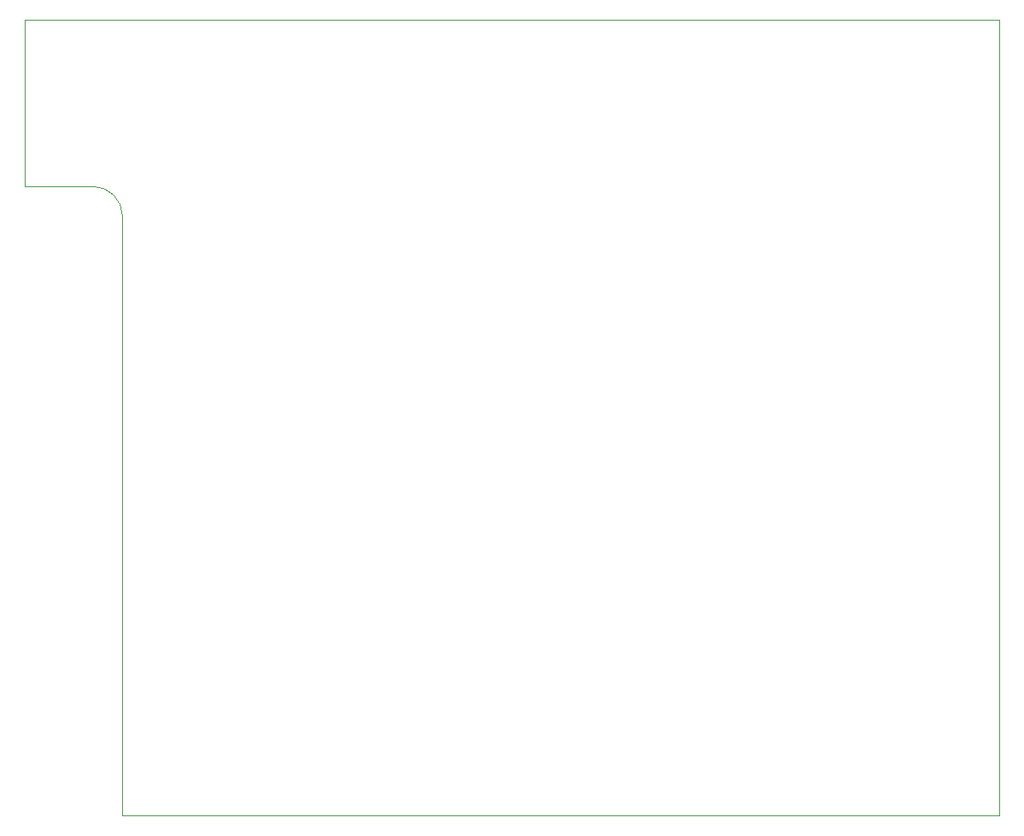
<source format=gbr>
%TF.GenerationSoftware,KiCad,Pcbnew,7.0.7*%
%TF.CreationDate,2023-12-11T13:03:46+01:00*%
%TF.ProjectId,flexAddressLedsV2,666c6578-4164-4647-9265-73734c656473,rev?*%
%TF.SameCoordinates,Original*%
%TF.FileFunction,Profile,NP*%
%FSLAX46Y46*%
G04 Gerber Fmt 4.6, Leading zero omitted, Abs format (unit mm)*
G04 Created by KiCad (PCBNEW 7.0.7) date 2023-12-11 13:03:46*
%MOMM*%
%LPD*%
G01*
G04 APERTURE LIST*
%TA.AperFunction,Profile*%
%ADD10C,0.100000*%
%TD*%
G04 APERTURE END LIST*
D10*
X39900000Y-51398500D02*
X39900000Y-113000000D01*
X129900000Y-31300000D02*
X129900000Y-113000000D01*
X29900000Y-48395000D02*
X29900000Y-31300000D01*
X39899999Y-51398500D02*
G75*
G03*
X36901500Y-48398501I-2999999J0D01*
G01*
X36901500Y-48398501D02*
X29900000Y-48395000D01*
X29900000Y-31300000D02*
X129900000Y-31300000D01*
X129900000Y-113000000D02*
X39900000Y-113000000D01*
M02*

</source>
